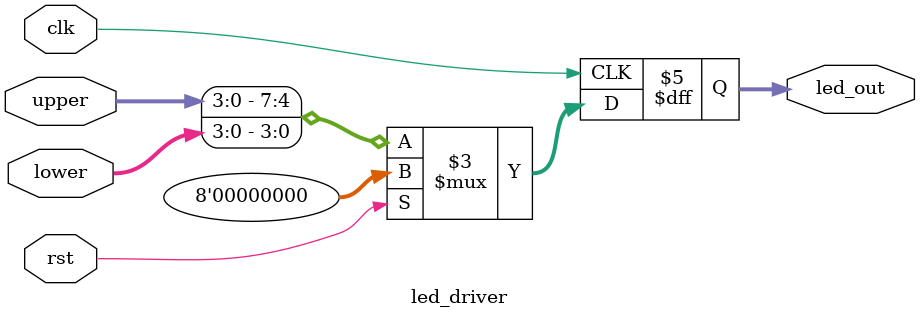
<source format=v>
module led_driver(
  input clk,
  input rst,
  input [3:0] lower,
  input [3:0] upper,
  output reg [7:0] led_out
);


   always @(posedge clk)
     if (rst)
       begin
         led_out <= 8'b0;
       end
     else
       begin
         led_out <= {upper, lower};
       end


endmodule















</source>
